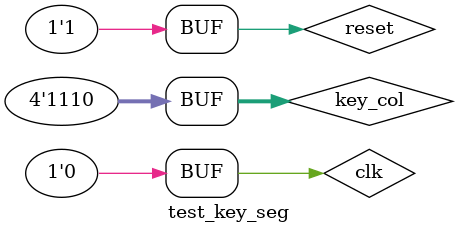
<source format=v>
`timescale 1ns / 1ps


module test_key_seg();
reg clk,reset;
reg[3:0] key_col;
wire [3:0] key_row;
wire  [3:0] an;
wire  [7:0] sseg;
key_seg key_seg(clk,reset,key_row,key_col,an,sseg);
always
begin
clk=1'b0;
#10 clk=1'b1;
#10 clk=1'b0;
end
always
begin
key_col=4'b1110;
#1000000 key_col=4'b1101;
#1000000 key_col=4'b1011;
#1000000 key_col=4'b0111;
#1000000 key_col=4'b1110;
end
initial
begin
reset=1'b0;
#50 reset=1'b1;
end
endmodule

</source>
